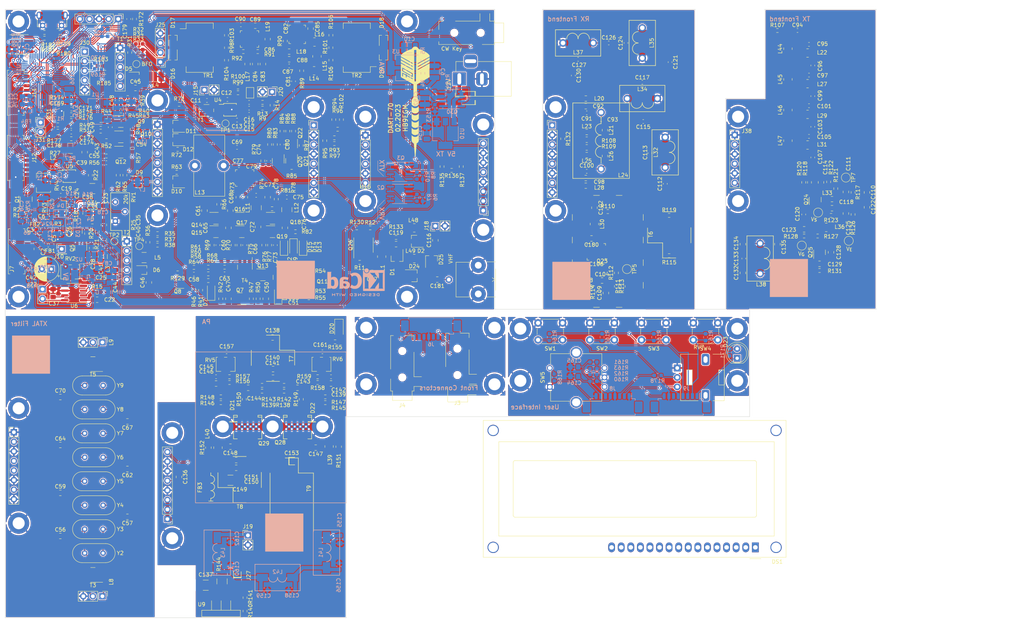
<source format=kicad_pcb>
(kicad_pcb (version 20211014) (generator pcbnew)

  (general
    (thickness 1.6)
  )

  (paper "A4")
  (layers
    (0 "F.Cu" signal)
    (31 "B.Cu" signal)
    (32 "B.Adhes" user "B.Adhesive")
    (33 "F.Adhes" user "F.Adhesive")
    (34 "B.Paste" user)
    (35 "F.Paste" user)
    (36 "B.SilkS" user "B.Silkscreen")
    (37 "F.SilkS" user "F.Silkscreen")
    (38 "B.Mask" user)
    (39 "F.Mask" user)
    (40 "Dwgs.User" user "User.Drawings")
    (41 "Cmts.User" user "User.Comments")
    (42 "Eco1.User" user "User.Eco1")
    (43 "Eco2.User" user "User.Eco2")
    (44 "Edge.Cuts" user)
    (45 "Margin" user)
    (46 "B.CrtYd" user "B.Courtyard")
    (47 "F.CrtYd" user "F.Courtyard")
    (48 "B.Fab" user)
    (49 "F.Fab" user)
    (50 "User.1" user)
    (51 "User.2" user)
    (52 "User.3" user)
    (53 "User.4" user)
    (54 "User.5" user)
    (55 "User.6" user)
    (56 "User.7" user)
    (57 "User.8" user)
    (58 "User.9" user)
  )

  (setup
    (stackup
      (layer "F.SilkS" (type "Top Silk Screen"))
      (layer "F.Paste" (type "Top Solder Paste"))
      (layer "F.Mask" (type "Top Solder Mask") (thickness 0.01))
      (layer "F.Cu" (type "copper") (thickness 0.035))
      (layer "dielectric 1" (type "core") (thickness 1.51) (material "FR4") (epsilon_r 4.5) (loss_tangent 0.02))
      (layer "B.Cu" (type "copper") (thickness 0.035))
      (layer "B.Mask" (type "Bottom Solder Mask") (thickness 0.01))
      (layer "B.Paste" (type "Bottom Solder Paste"))
      (layer "B.SilkS" (type "Bottom Silk Screen"))
      (copper_finish "None")
      (dielectric_constraints no)
    )
    (pad_to_mask_clearance 0)
    (pcbplotparams
      (layerselection 0x0000130_ffffffff)
      (disableapertmacros false)
      (usegerberextensions false)
      (usegerberattributes true)
      (usegerberadvancedattributes true)
      (creategerberjobfile true)
      (svguseinch false)
      (svgprecision 6)
      (excludeedgelayer true)
      (plotframeref false)
      (viasonmask false)
      (mode 1)
      (useauxorigin false)
      (hpglpennumber 1)
      (hpglpenspeed 20)
      (hpglpendiameter 15.000000)
      (dxfpolygonmode true)
      (dxfimperialunits true)
      (dxfusepcbnewfont true)
      (psnegative false)
      (psa4output false)
      (plotreference true)
      (plotvalue true)
      (plotinvisibletext false)
      (sketchpadsonfab false)
      (subtractmaskfromsilk false)
      (outputformat 5)
      (mirror false)
      (drillshape 0)
      (scaleselection 1)
      (outputdirectory "out")
    )
  )

  (net 0 "")
  (net 1 "+12V")
  (net 2 "GND")
  (net 3 "Net-(C2-Pad1)")
  (net 4 "Net-(C3-Pad1)")
  (net 5 "+9VA")
  (net 6 "/MIC")
  (net 7 "Net-(C6-Pad2)")
  (net 8 "+5VA")
  (net 9 "Net-(C10-Pad1)")
  (net 10 "Net-(C11-Pad1)")
  (net 11 "Net-(C11-Pad2)")
  (net 12 "Net-(C14-Pad1)")
  (net 13 "Net-(C14-Pad2)")
  (net 14 "Net-(C15-Pad1)")
  (net 15 "/BFO")
  (net 16 "Net-(C16-Pad1)")
  (net 17 "Net-(C16-Pad2)")
  (net 18 "Net-(C17-Pad1)")
  (net 19 "/Antenna Switch/TX")
  (net 20 "Net-(C18-Pad1)")
  (net 21 "Net-(C18-Pad2)")
  (net 22 "Net-(C19-Pad1)")
  (net 23 "Net-(C19-Pad2)")
  (net 24 "Net-(C20-Pad1)")
  (net 25 "Net-(C20-Pad2)")
  (net 26 "Net-(C22-Pad1)")
  (net 27 "Net-(C23-Pad1)")
  (net 28 "Net-(C23-Pad2)")
  (net 29 "Net-(C25-Pad1)")
  (net 30 "Net-(C25-Pad2)")
  (net 31 "Net-(C26-Pad1)")
  (net 32 "Net-(C27-Pad1)")
  (net 33 "Net-(C27-Pad2)")
  (net 34 "Net-(C28-Pad1)")
  (net 35 "+VRX")
  (net 36 "Net-(C31-Pad1)")
  (net 37 "Net-(C33-Pad1)")
  (net 38 "/Baseband/VAGC")
  (net 39 "Net-(C37-Pad1)")
  (net 40 "Net-(C39-Pad1)")
  (net 41 "Net-(C39-Pad2)")
  (net 42 "Net-(C40-Pad2)")
  (net 43 "Net-(C41-Pad2)")
  (net 44 "Net-(C42-Pad1)")
  (net 45 "/Baseband/SPKR_OUT")
  (net 46 "Net-(C43-Pad2)")
  (net 47 "Net-(C44-Pad2)")
  (net 48 "Net-(C45-Pad1)")
  (net 49 "Net-(C45-Pad2)")
  (net 50 "Net-(C46-Pad1)")
  (net 51 "Net-(C46-Pad2)")
  (net 52 "Net-(C47-Pad1)")
  (net 53 "Net-(C47-Pad2)")
  (net 54 "Net-(C48-Pad1)")
  (net 55 "Net-(C48-Pad2)")
  (net 56 "Net-(C49-Pad1)")
  (net 57 "Net-(C49-Pad2)")
  (net 58 "Net-(C50-Pad1)")
  (net 59 "Net-(C51-Pad2)")
  (net 60 "Net-(C52-Pad1)")
  (net 61 "Net-(C53-Pad1)")
  (net 62 "Net-(C53-Pad2)")
  (net 63 "Net-(C54-Pad2)")
  (net 64 "Net-(C55-Pad1)")
  (net 65 "Net-(C55-Pad2)")
  (net 66 "Net-(C56-Pad2)")
  (net 67 "Net-(C57-Pad2)")
  (net 68 "Net-(C58-Pad1)")
  (net 69 "Net-(C59-Pad2)")
  (net 70 "Net-(C60-Pad2)")
  (net 71 "Net-(C61-Pad1)")
  (net 72 "Net-(C62-Pad2)")
  (net 73 "Net-(C63-Pad2)")
  (net 74 "Net-(C64-Pad2)")
  (net 75 "Net-(C65-Pad1)")
  (net 76 "Net-(C65-Pad2)")
  (net 77 "Net-(C66-Pad2)")
  (net 78 "Net-(C67-Pad2)")
  (net 79 "Net-(C68-Pad1)")
  (net 80 "Net-(C69-Pad1)")
  (net 81 "Net-(C69-Pad2)")
  (net 82 "Net-(C70-Pad2)")
  (net 83 "Net-(C71-Pad2)")
  (net 84 "Net-(C72-Pad1)")
  (net 85 "Net-(C72-Pad2)")
  (net 86 "Net-(C73-Pad2)")
  (net 87 "Net-(C74-Pad2)")
  (net 88 "Net-(C75-Pad2)")
  (net 89 "Net-(C76-Pad1)")
  (net 90 "Net-(C76-Pad2)")
  (net 91 "Net-(C78-Pad1)")
  (net 92 "Net-(C80-Pad1)")
  (net 93 "Net-(C80-Pad2)")
  (net 94 "Net-(C81-Pad1)")
  (net 95 "Net-(C81-Pad2)")
  (net 96 "Net-(C82-Pad1)")
  (net 97 "Net-(C82-Pad2)")
  (net 98 "Net-(C83-Pad2)")
  (net 99 "Net-(C86-Pad1)")
  (net 100 "Net-(C86-Pad2)")
  (net 101 "Net-(C87-Pad2)")
  (net 102 "Net-(C90-Pad2)")
  (net 103 "/70MHz VHF Frontend/VHF_RX")
  (net 104 "/70MHz VHF Frontend/TX_FROM_MIX")
  (net 105 "Net-(C94-Pad2)")
  (net 106 "Net-(C96-Pad2)")
  (net 107 "Net-(C100-Pad2)")
  (net 108 "Net-(C101-Pad2)")
  (net 109 "Net-(C102-Pad2)")
  (net 110 "Net-(C103-Pad1)")
  (net 111 "Net-(C104-Pad2)")
  (net 112 "Net-(C106-Pad1)")
  (net 113 "Net-(C107-Pad2)")
  (net 114 "Net-(C108-Pad1)")
  (net 115 "Net-(C109-Pad2)")
  (net 116 "/70MHz VHF Frontend/+VTX_FE")
  (net 117 "Net-(C111-Pad2)")
  (net 118 "Net-(C112-Pad1)")
  (net 119 "Net-(C112-Pad2)")
  (net 120 "Net-(C114-Pad2)")
  (net 121 "Net-(C115-Pad2)")
  (net 122 "Net-(C118-Pad2)")
  (net 123 "Net-(C120-Pad1)")
  (net 124 "Net-(C120-Pad2)")
  (net 125 "Net-(C121-Pad1)")
  (net 126 "Net-(C125-Pad2)")
  (net 127 "Net-(C126-Pad1)")
  (net 128 "Net-(C128-Pad1)")
  (net 129 "Net-(C128-Pad2)")
  (net 130 "Net-(C129-Pad1)")
  (net 131 "/70MHz VHF Frontend/RX_TO_MIX")
  (net 132 "/70MHz VHF Frontend/VHF_TX")
  (net 133 "Net-(C136-Pad2)")
  (net 134 "VGG1")
  (net 135 "Net-(C140-Pad1)")
  (net 136 "Net-(C140-Pad2)")
  (net 137 "Net-(C143-Pad1)")
  (net 138 "Net-(C143-Pad2)")
  (net 139 "Net-(C144-Pad1)")
  (net 140 "Net-(C144-Pad2)")
  (net 141 "VGG2")
  (net 142 "Net-(C147-Pad1)")
  (net 143 "Net-(C147-Pad2)")
  (net 144 "Net-(C148-Pad1)")
  (net 145 "Net-(C148-Pad2)")
  (net 146 "+3V3")
  (net 147 "/PA 70MHz/VG_5V")
  (net 148 "Net-(C155-Pad2)")
  (net 149 "Net-(C156-Pad2)")
  (net 150 "Net-(C159-Pad2)")
  (net 151 "/Control on separate board/ENC_B")
  (net 152 "/Control on separate board/ENC_A")
  (net 153 "/Control on separate board/3.3V_UI")
  (net 154 "Net-(C169-Pad1)")
  (net 155 "Net-(C171-Pad1)")
  (net 156 "Net-(C172-Pad1)")
  (net 157 "Net-(C173-Pad2)")
  (net 158 "Net-(C164-Pad2)")
  (net 159 "Net-(C176-Pad1)")
  (net 160 "Net-(C165-Pad1)")
  (net 161 "Net-(C116-Pad1)")
  (net 162 "Net-(D5-Pad1)")
  (net 163 "Net-(D5-Pad2)")
  (net 164 "Net-(D6-Pad1)")
  (net 165 "Net-(D6-Pad2)")
  (net 166 "Net-(D7-Pad2)")
  (net 167 "Net-(D8-Pad2)")
  (net 168 "Net-(D9-Pad1)")
  (net 169 "Net-(D10-Pad3)")
  (net 170 "Net-(D10-Pad1)")
  (net 171 "Net-(D11-Pad1)")
  (net 172 "Net-(D11-Pad3)")
  (net 173 "Net-(D13-Pad2)")
  (net 174 "Net-(D14-Pad2)")
  (net 175 "Net-(D15-Pad2)")
  (net 176 "Net-(D16-Pad1)")
  (net 177 "Net-(D16-Pad2)")
  (net 178 "Net-(D16-Pad3)")
  (net 179 "Net-(D17-Pad3)")
  (net 180 "Net-(D18-Pad1)")
  (net 181 "Net-(D18-Pad2)")
  (net 182 "Net-(D18-Pad3)")
  (net 183 "Net-(D19-Pad3)")
  (net 184 "Net-(D20-Pad2)")
  (net 185 "Net-(D21-Pad2)")
  (net 186 "/Control on separate board/STATUSn")
  (net 187 "Net-(D23-Pad2)")
  (net 188 "unconnected-(DS1-Pad1)")
  (net 189 "unconnected-(DS1-Pad2)")
  (net 190 "unconnected-(DS1-Pad3)")
  (net 191 "unconnected-(DS1-Pad4)")
  (net 192 "unconnected-(DS1-Pad5)")
  (net 193 "unconnected-(DS1-Pad6)")
  (net 194 "unconnected-(DS1-Pad7)")
  (net 195 "unconnected-(DS1-Pad8)")
  (net 196 "unconnected-(DS1-Pad9)")
  (net 197 "unconnected-(DS1-Pad10)")
  (net 198 "unconnected-(DS1-Pad11)")
  (net 199 "unconnected-(DS1-Pad12)")
  (net 200 "unconnected-(DS1-Pad13)")
  (net 201 "unconnected-(DS1-Pad14)")
  (net 202 "unconnected-(DS1-Pad15)")
  (net 203 "unconnected-(DS1-Pad16)")
  (net 204 "Net-(FB1-Pad2)")
  (net 205 "unconnected-(J3-PadNC)")
  (net 206 "Net-(J3-PadR1)")
  (net 207 "unconnected-(J3-PadR2)")
  (net 208 "Net-(J3-PadS)")
  (net 209 "Net-(J3-PadT)")
  (net 210 "unconnected-(J3-PadTN)")
  (net 211 "Net-(J4-PadR)")
  (net 212 "Net-(J4-PadTN)")
  (net 213 "/CW_RING")
  (net 214 "/CW_TIP")
  (net 215 "unconnected-(J5-PadTN)")
  (net 216 "unconnected-(J6-Pad5)")
  (net 217 "Net-(J7-Pad1)")
  (net 218 "unconnected-(J7-Pad4)")
  (net 219 "/Baseband/SPKR_DET")
  (net 220 "Net-(R178-Pad1)")
  (net 221 "Net-(R167-Pad1)")
  (net 222 "Net-(R166-Pad1)")
  (net 223 "Net-(R165-Pad1)")
  (net 224 "Net-(R164-Pad1)")
  (net 225 "unconnected-(J9-Pad6)")
  (net 226 "unconnected-(J12-Pad3)")
  (net 227 "/Baseband/GPIO_XTAL")
  (net 228 "/EN_VRX")
  (net 229 "/EN_VTX")
  (net 230 "/MIC_PTTn")
  (net 231 "/Baseband/CW_KEYn")
  (net 232 "/Baseband/CW_TONE")
  (net 233 "Net-(Q30-Pad5)")
  (net 234 "/Baseband/SPKR_VOL")
  (net 235 "/MUTE_MICn")
  (net 236 "/SDA")
  (net 237 "/SCL")
  (net 238 "/S_METER")
  (net 239 "/Baseband/VHF_IN")
  (net 240 "/Baseband/VHF_OUT")
  (net 241 "/CLK1")
  (net 242 "Net-(J22-Pad2)")
  (net 243 "+VTX")
  (net 244 "Net-(J24-Pad2)")
  (net 245 "unconnected-(J24-Pad4)")
  (net 246 "unconnected-(J24-Pad5)")
  (net 247 "Net-(J24-Pad7)")
  (net 248 "/Control on separate board/DISP_LAT")
  (net 249 "/Control on separate board/I2C2_SDA")
  (net 250 "/Control on separate board/I2C2_SCL")
  (net 251 "/Control on separate board/PC14")
  (net 252 "/Control on separate board/PC13")
  (net 253 "Net-(C93-Pad1)")
  (net 254 "/Control on separate board/PA0")
  (net 255 "/Control on separate board/USART1_TX")
  (net 256 "/Control on separate board/USART1_RX")
  (net 257 "/Control on separate board/PB15")
  (net 258 "unconnected-(J34-Pad1)")
  (net 259 "/Control on separate board/USB_DM")
  (net 260 "/Control on separate board/USB_DP")
  (net 261 "Net-(J34-Pad4)")
  (net 262 "/Control on separate board/SWCLK")
  (net 263 "/Control on separate board/SWDIO")
  (net 264 "/Control on separate board/RESETn")
  (net 265 "/LO1")
  (net 266 "Net-(L14-Pad1)")
  (net 267 "Net-(L15-Pad1)")
  (net 268 "Net-(L19-Pad1)")
  (net 269 "Net-(L21-Pad2)")
  (net 270 "Net-(L23-Pad2)")
  (net 271 "Net-(L25-Pad2)")
  (net 272 "Net-(L39-Pad2)")
  (net 273 "Net-(L40-Pad2)")
  (net 274 "Net-(Q1-Pad1)")
  (net 275 "Net-(Q2-Pad4)")
  (net 276 "Net-(Q3-Pad4)")
  (net 277 "Net-(Q6-Pad1)")
  (net 278 "Net-(Q7-Pad1)")
  (net 279 "Net-(Q10-Pad1)")
  (net 280 "Net-(Q10-Pad2)")
  (net 281 "Net-(Q11-Pad1)")
  (net 282 "Net-(Q11-Pad3)")
  (net 283 "Net-(Q13-Pad1)")
  (net 284 "Net-(Q14-Pad2)")
  (net 285 "Net-(Q14-Pad3)")
  (net 286 "Net-(Q16-Pad2)")
  (net 287 "Net-(Q18-Pad2)")
  (net 288 "Net-(Q20-Pad1)")
  (net 289 "Net-(Q21-Pad1)")
  (net 290 "Net-(Q23-Pad1)")
  (net 291 "Net-(Q24-Pad4)")
  (net 292 "/70MHz VHF Frontend/+VRX_FE")
  (net 293 "Net-(Q30-Pad4)")
  (net 294 "Net-(R22-Pad2)")
  (net 295 "Net-(R23-Pad2)")
  (net 296 "Net-(R28-Pad2)")
  (net 297 "Net-(R31-Pad1)")
  (net 298 "Net-(R31-Pad2)")
  (net 299 "Net-(R35-Pad1)")
  (net 300 "Net-(R36-Pad1)")
  (net 301 "Net-(R93-Pad1)")
  (net 302 "Net-(R103-Pad2)")
  (net 303 "Net-(R104-Pad2)")
  (net 304 "Net-(R100-Pad1)")
  (net 305 "Net-(R101-Pad1)")
  (net 306 "Net-(R111-Pad2)")
  (net 307 "Net-(R140-Pad1)")
  (net 308 "Net-(J27-Pad1)")
  (net 309 "Net-(R157-Pad1)")
  (net 310 "Net-(R159-Pad1)")
  (net 311 "Net-(R160-Pad1)")
  (net 312 "Net-(R161-Pad2)")
  (net 313 "/Control on separate board/BTN0")
  (net 314 "/Control on separate board/BTN1")
  (net 315 "/Control on separate board/BTN2")
  (net 316 "/Control on separate board/BTN3")
  (net 317 "Net-(R168-Pad1)")
  (net 318 "/Control on separate board/ENC_BTN")
  (net 319 "/Control on separate board/XTAL1")
  (net 320 "/Control on separate board/XTAL2")
  (net 321 "/Control on separate board/PWM_CW")
  (net 322 "/Control on separate board/MUTE_SPKR")
  (net 323 "Net-(R178-Pad2)")
  (net 324 "Net-(R179-Pad2)")
  (net 325 "Net-(R180-Pad2)")
  (net 326 "/Control on separate board/BOOT0")
  (net 327 "/Control on separate board/BOOT1")
  (net 328 "unconnected-(T3-Pad2)")
  (net 329 "unconnected-(T5-Pad2)")
  (net 330 "unconnected-(TR1-Pad10)")
  (net 331 "unconnected-(TR1-Pad15)")
  (net 332 "unconnected-(TR2-Pad10)")
  (net 333 "unconnected-(TR2-Pad15)")
  (net 334 "Net-(U4-Pad3)")
  (net 335 "Net-(D23-Pad1)")
  (net 336 "unconnected-(U11-Pad40)")
  (net 337 "Net-(D22-Pad2)")
  (net 338 "unconnected-(T4-Pad2)")
  (net 339 "/Antenna Switch/RX")
  (net 340 "Net-(C38-Pad1)")
  (net 341 "Net-(L22-Pad2)")
  (net 342 "Net-(L27-Pad2)")
  (net 343 "Net-(L29-Pad2)")
  (net 344 "Net-(L31-Pad2)")
  (net 345 "unconnected-(J13-Pad1)")
  (net 346 "unconnected-(J14-Pad1)")
  (net 347 "unconnected-(U11-Pad1)")
  (net 348 "Net-(C119-Pad1)")
  (net 349 "/Antenna Switch/ANT")
  (net 350 "/Antenna Switch/V_{PIN}")
  (net 351 "Net-(Q26-Pad5)")
  (net 352 "Net-(Q26-Pad7)")
  (net 353 "/TX_to_PA")
  (net 354 "/Baseband/AGC_to_METER")
  (net 355 "Net-(C136-Pad1)")
  (net 356 "/PA 70MHz/V_{DD}")
  (net 357 "Net-(C154-Pad1)")
  (net 358 "Net-(C137-Pad1)")
  (net 359 "Net-(C181-Pad2)")
  (net 360 "Net-(FB3-Pad1)")
  (net 361 "Net-(J16-Pad5)")
  (net 362 "Net-(C162-Pad2)")
  (net 363 "Net-(J8-Pad2)")
  (net 364 "Net-(J8-Pad5)")

  (footprint "Capacitor_SMD:C_0603_1608Metric_Pad1.08x0.95mm_HandSolder" (layer "F.Cu") (at 30.48 52.832 180))

  (footprint "Resistor_SMD:R_0603_1608Metric_Pad0.98x0.95mm_HandSolder" (layer "F.Cu") (at 224.663 66.167 -90))

  (footprint "Crystal:Crystal_HC49-U_Vertical" (layer "F.Cu") (at 34.019 145.41))

  (footprint "Resistor_SMD:R_0603_1608Metric_Pad0.98x0.95mm_HandSolder" (layer "F.Cu") (at 72.42 119.228))

  (footprint "Resistor_SMD:R_0603_1608Metric_Pad0.98x0.95mm_HandSolder" (layer "F.Cu") (at 89.916 79.248))

  (footprint "Package_SO:MSOP-10_3x3mm_P0.5mm" (layer "F.Cu") (at 29.972 64.516))

  (footprint "mpb:four_4mm_pads_narrow" (layer "F.Cu") (at 83.85 112.624 -90))

  (footprint "Potentiometer_SMD:Potentiometer_Bourns_3214W_Vertical" (layer "F.Cu") (at 23.114 66.294 -90))

  (footprint "Potentiometer_SMD:Potentiometer_Bourns_3214W_Vertical" (layer "F.Cu") (at 26.67 72.898 180))

  (footprint "Resistor_SMD:R_0603_1608Metric_Pad0.98x0.95mm_HandSolder" (layer "F.Cu") (at 237.744 74.676 90))

  (footprint "Capacitor_SMD:C_0603_1608Metric_Pad1.08x0.95mm_HandSolder" (layer "F.Cu") (at 183.896 58.42 -90))

  (footprint "Resistor_SMD:R_0603_1608Metric_Pad0.98x0.95mm_HandSolder" (layer "F.Cu") (at 59.0785 45.466))

  (footprint "Capacitor_SMD:C_0603_1608Metric_Pad1.08x0.95mm_HandSolder" (layer "F.Cu") (at 42.672 44.45 90))

  (footprint "Resistor_SMD:R_0603_1608Metric_Pad0.98x0.95mm_HandSolder" (layer "F.Cu") (at 228.346 80.391 180))

  (footprint "Capacitor_SMD:C_0805_2012Metric_Pad1.18x1.45mm_HandSolder" (layer "F.Cu") (at 83.977 115.672))

  (footprint "Capacitor_SMD:C_0805_2012Metric_Pad1.18x1.45mm_HandSolder" (layer "F.Cu") (at 83.9555 117.958))

  (footprint "Diode_SMD:D_SOD-123F" (layer "F.Cu") (at 86.868 83.312 90))

  (footprint "Resistor_SMD:R_0603_1608Metric_Pad0.98x0.95mm_HandSolder" (layer "F.Cu") (at 48.514 32.507 180))

  (footprint "mpb:PLD-1.5W" (layer "F.Cu") (at 77.246 130.912))

  (footprint "Capacitor_SMD:C_0805_2012Metric_Pad1.18x1.45mm_HandSolder" (layer "F.Cu") (at 59.017 144.262 -90))

  (footprint "Capacitor_SMD:C_0805_2012Metric_Pad1.18x1.45mm_HandSolder" (layer "F.Cu") (at 208.534 82.55 -90))

  (footprint "Resistor_SMD:R_0805_2012Metric" (layer "F.Cu") (at 66.832 136.5 90))

  (footprint "Connector_BarrelJack:BarrelJack_Horizontal" (layer "F.Cu") (at 133.35 38.735 180))

  (footprint "Inductor_SMD:L_1008_2520Metric_Pad1.43x2.20mm_HandSolder" (layer "F.Cu") (at 220.472 30.734 90))

  (footprint "Package_TO_SOT_SMD:SOT-23" (layer "F.Cu") (at 58.674 92.71 180))

  (footprint "MountingHole:MountingHole_3.2mm_M3_DIN965_Pad" (layer "F.Cu") (at 149.536 104.956))

  (footprint "Resistor_SMD:R_0603_1608Metric_Pad0.98x0.95mm_HandSolder" (layer "F.Cu") (at 46.6575 52.07 90))

  (footprint "Capacitor_SMD:C_0805_2012Metric_Pad1.18x1.45mm_HandSolder" (layer "F.Cu") (at 168.402 81.026 180))

  (footprint "Inductor_SMD:L_1008_2520Metric_Pad1.43x2.20mm_HandSolder" (layer "F.Cu") (at 94.957 28.956))

  (footprint "Connector_PinHeader_1.27mm:PinHeader_2x04_P1.27mm_Vertical_SMD" (layer "F.Cu") (at 17.272 29.591))

  (footprint "Package_TO_SOT_SMD:SOT-23_Handsoldering" (layer "F.Cu") (at 58.166 54.864 180))

  (footprint "Capacitor_SMD:C_0603_1608Metric_Pad1.08x0.95mm_HandSolder" (layer "F.Cu") (at 40.8155 51.562 90))

  (footprint "mpb:two_4mm_pads" (layer "F.Cu") (at 135.89 43.815 -90))

  (footprint "Inductor_SMD:L_1008_2520Metric_Pad1.43x2.20mm_HandSolder" (layer "F.Cu") (at 220.472 55.118 90))

  (footprint "Capacitor_SMD:C_0805_2012Metric_Pad1.18x1.45mm_HandSolder" (layer "F.Cu") (at 82.042 97.028 -90))

  (footprint "Capacitor_SMD:C_0603_1608Metric_Pad1.08x0.95mm_HandSolder" (layer "F.Cu") (at 89.408 39.37 90))

  (footprint "Resistor_SMD:R_0603_1608Metric_Pad0.98x0.95mm_HandSolder" (layer "F.Cu") (at 39.7995 48.768))

  (footprint "Inductor_SMD:L_0805_2012Metric_Pad1.15x1.40mm_HandSolder" (layer "F.Cu") (at 167.132 52.832 180))

  (footprint "TestPoint:TestPoint_Pad_D2.0mm" (layer "F.Cu") (at 236.601 81.661 -90))

  (footprint "Resistor_SMD:R_0603_1608Metric_Pad0.98x0.95mm_HandSolder" (layer "F.Cu") (at 70.134 124.562 180))

  (footprint "Package_TO_SOT_SMD:SOT-323_SC-70_Handsoldering" (layer "F.Cu") (at 57.404 27.9185 90))

  (footprint "Resistor_SMD:R_0603_1608Metric_Pad0.98x0.95mm_HandSolder" (layer "F.Cu") (at 76.543 179.822 -90))

  (footprint "Resistor_SMD:R_0603_1608Metric_Pad0.98x0.95mm_HandSolder" (layer "F.Cu") (at 74.676 70.104 -90))

  (footprint "Capacitor_SMD:C_0603_1608Metric_Pad1.08x0.95mm_HandSolder" (layer "F.Cu") (at 76.454 82.804 90))

  (footprint "Potentiometer_SMD:Potentiometer_Bourns_3214W_Vertical" (layer "F.Cu") (at 96.804 114.402))

  (footprint "Capacitor_SMD:C_0805_2012Metric_Pad1.18x1.45mm_HandSolder" (layer "F.Cu") (at 241.427 68.834 90))

  (footprint "MountingHole:MountingHole_3.2mm_M3_DIN965_Pad" (layer "F.Cu") (at 94.742 73.645))

  (footprint "MountingHole:MountingHole_3.2mm_M3_DIN965_Pad" (layer "F.Cu") (at 207.264 48.768))

  (footprint "Capacitor_SMD:C_0805_2012Metric_Pad1.18x1.45mm_HandSolder" (layer "F.Cu") (at 45.359 129.535 180))

  (footprint "Capacitor_SMD:C_0805_2012Metric_Pad1.18x1.45mm_HandSolder" (layer "F.Cu") (at 79.248 34.798 -90))

  (footprint "Crystal:Crystal_HC49-U_Vertical" (layer "F.Cu") (at 38.919 120.01 180))

  (footprint "Jumper:SolderJumper-2_P1.3mm_Open_TrianglePad1.0x1.5mm" (layer "F.Cu") (at 77.8775 42.418 90))

  (footprint "Capacitor_SMD:C_0805_2012Metric_Pad1.18x1.45mm_HandSolder" (layer "F.Cu") (at 232.156 73.025 180))

  (footprint "Resistor_SMD:R_0603_1608Metric_Pad0.98x0.95mm_HandSolder" (layer "F.Cu") (at 89.408 52.578 -90))

  (footprint "MountingHole:MountingHole_3.2mm_M3_DIN965_Pad" (layer "F.Cu") (at 108.682 119.6985 90))

  (footprint "Resistor_SMD:R_0603_1608Metric_Pad0.98x0.95mm_HandSolder" (layer "F.Cu") (at 228.854 89.535 180))

  (footprint "Resistor_SMD:R_0603_1608Metric_Pad0.98x0.95mm_HandSolder" (layer "F.Cu")
    (tedit 5F68FEEE) (tstamp 1b11724c-e795-46be-8f08-84285fbaeeae)
    (at 231.902 74.93)
    (descr "Resistor SMD 0603 (1608 Metric), square (rectangular) end terminal, IPC_7351 nominal with elongated pad for handsoldering. (Body size source: IPC-SM-782 page 72, https://www.pcb-3d.com/wordpress/wp-content/uploads/ipc-sm-782a_amendment_1_and_2.pdf), generated with kicad-footprint-generator")
    (tags "resistor handsolder")
    (property "Need_order" "0")
    (property "Sheetfile" "frontend_70.kicad_sch")
    (property "Sheetname" "70MHz VHF Frontend")
    (path "/8cbb5345-c7a6-41b7-8a2a-794c3d5f0f34/9ae17a59-a825-4a90-8ac6-d6578aacb864")
    (attr smd)
    (fp_text reference "R123" (at 0 1.27) (layer "F.SilkS")
      (effects (font (size 1 1) (thickness 0.15)))
      (tstamp 04f56505-7f3c-42cb-aadf-30440abbcd29)
    )
    (fp_text value "39" (at 0 1.43) (layer "F.Fab")
      (effects (font (size 1 1) (thickness 0.15)))
      (tstamp 61afdb91-dcc1-459a-b9d5-7963143ba29f)
    )
    (fp_text user "${REFERENCE}" (at 0 0) (layer "F.Fab")
      (effects (font (size 0.4 0.4) (thickness 0.06)))
      (tstamp d449c136-fda7-4179-b73a-17a813f7ad07)
    )
    (fp_line (start -0.254724 -0.5225) (end 0.254724 -0.5225) (layer "F.SilkS") (width 0.12) (tstamp 1772f929-d705-481c-99d4-f19b04f92dcb))
    (fp_line (start -0.254724 0.5225) (end 0.254724 0.5225) (layer "F.SilkS") (width 0.12) (tstamp 608ace46-c406-4a33-adb6-9170f287db62))
    (fp_line (start 1.65 0.73) (end -1.65 0.73) (layer "F.CrtYd") (width 0.05) (tstamp 405094a6-76d2-4323-93bf-6ac930594402))
    (fp_line (start -1.65 0.73) (end -1.65 -0.73) (layer "F.CrtYd") (width 0.05) (tstamp 8d7fc676-9775-4408-af2d-d7038b4f3b83))
    (fp_line (start -1.65 -0.73) (end 1.65 -0.73) (layer "F.CrtYd") (width 0.05) (tstamp cad0cf68-1e1f-40a3-9c20-cd3b44df7037))
    (fp_line (start 1.65 -
... [6526740 chars truncated]
</source>
